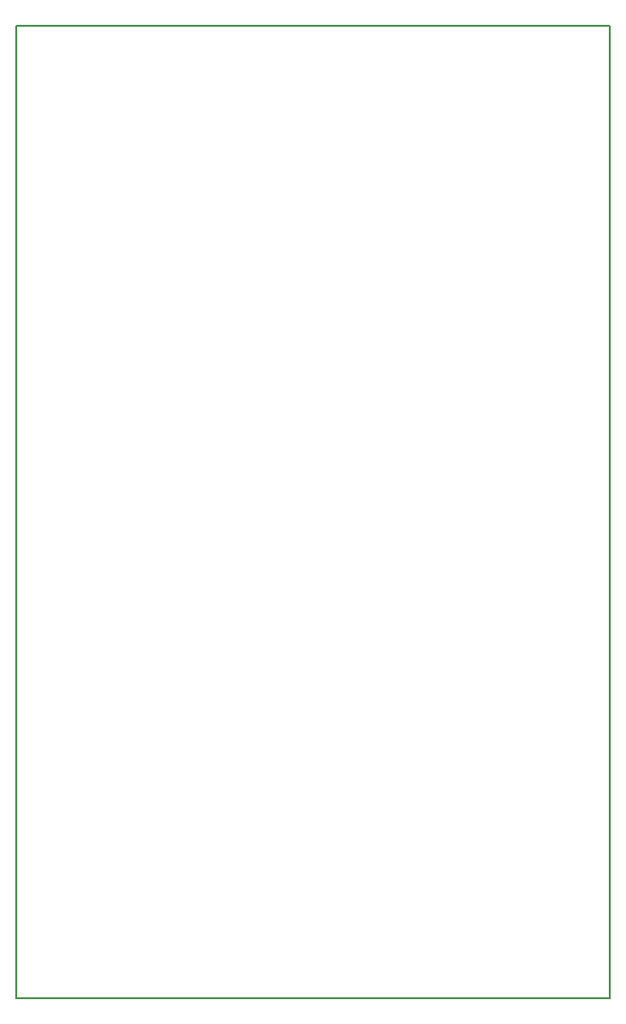
<source format=gm1>
%TF.GenerationSoftware,KiCad,Pcbnew,(6.0.5-0)*%
%TF.CreationDate,2022-05-30T23:28:06+01:00*%
%TF.ProjectId,bms,626d732e-6b69-4636-9164-5f7063625858,rev?*%
%TF.SameCoordinates,Original*%
%TF.FileFunction,Profile,NP*%
%FSLAX46Y46*%
G04 Gerber Fmt 4.6, Leading zero omitted, Abs format (unit mm)*
G04 Created by KiCad (PCBNEW (6.0.5-0)) date 2022-05-30 23:28:06*
%MOMM*%
%LPD*%
G01*
G04 APERTURE LIST*
%TA.AperFunction,Profile*%
%ADD10C,0.200000*%
%TD*%
G04 APERTURE END LIST*
D10*
X122555000Y-168275000D02*
X122555000Y-82042000D01*
X69850000Y-82042000D02*
X122555000Y-82042000D01*
X69850000Y-168275000D02*
X122555000Y-168275000D01*
X69850000Y-168275000D02*
X69850000Y-82042000D01*
M02*

</source>
